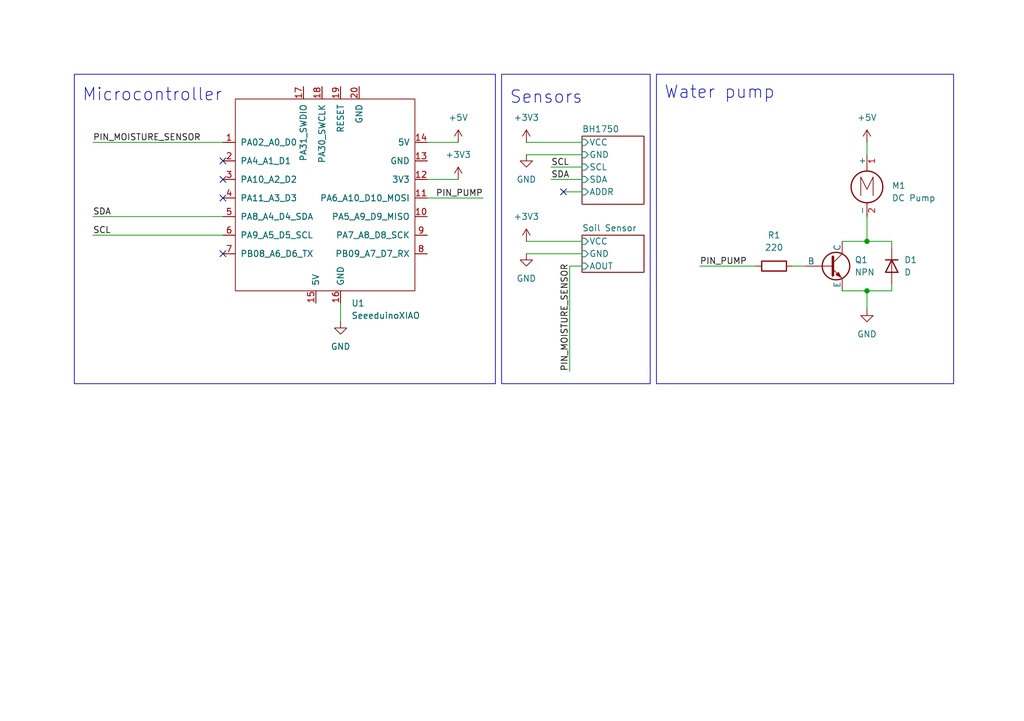
<source format=kicad_sch>
(kicad_sch (version 20231120) (generator "eeschema") (generator_version "8.0")
  (paper "A5")
  (title_block (title "ESPlanter"))
  (lib_symbols
    (symbol "Device:D" (pin_numbers hide) (pin_names (offset 1.016) hide)
      (property "Reference" "D" (at 0 2.54 0))
      (property "Value" "D" (at 0 -2.54 0))
      (symbol "D_0_1"
        (polyline (pts (xy -1.27 1.27) (xy -1.27 -1.27)) (stroke (width 0.254)))
        (polyline (pts (xy 1.27 0) (xy -1.27 0)))
        (polyline (pts (xy 1.27 1.27) (xy 1.27 -1.27) (xy -1.27 0) (xy 1.27 1.27)) (stroke (width 0.254)))
      )
      (symbol "D_1_1"
        (pin passive line (at -3.81 0 0) (length 2.54) (name "K") (number "1"))
        (pin passive line (at 3.81 0 180) (length 2.54) (name "A") (number "2"))
      )
    )
    (symbol "Device:R" (pin_numbers hide) (pin_names (offset 0))
      (property "Reference" "R" (at 2.032 0 90))
      (property "Value" "R" (at 0 0 90))
      (symbol "R_0_1"
        (rectangle (start -1.016 -2.54) (end 1.016 2.54) (stroke (width 0.254)))
      )
      (symbol "R_1_1"
        (pin passive line (at 0 3.81 270) (length 1.27) (name "~") (number "1"))
        (pin passive line (at 0 -3.81 90) (length 1.27) (name "~") (number "2"))
      )
    )
    (symbol "Motor:Motor_DC" (pin_names (offset 0))
      (property "Reference" "M" (at 2.54 2.54 0))
      (property "Value" "Motor_DC" (at 2.54 -5.08 0))
      (symbol "Motor_DC_0_0"
        (polyline (pts (xy -1.27 -3.302) (xy -1.27 0.508) (xy 0 -2.032) (xy 1.27 0.508) (xy 1.27 -3.302)))
      )
      (symbol "Motor_DC_0_1"
        (circle (center 0 -1.524) (radius 3.2512) (stroke (width 0.254)))
        (polyline (pts (xy 0 -7.62) (xy 0 -7.112)))
        (polyline (pts (xy 0 -4.7752) (xy 0 -5.1816)))
        (polyline (pts (xy 0 1.7272) (xy 0 2.0828)))
        (polyline (pts (xy 0 2.032) (xy 0 2.54)))
      )
      (symbol "Motor_DC_1_1"
        (pin passive line (at 0 5.08 270) (length 2.54) (name "+") (number "1"))
        (pin passive line (at 0 -7.62 90) (length 2.54) (name "-") (number "2"))
      )
    )
    (symbol "Simulation_SPICE:NPN" (pin_numbers hide) (pin_names (offset 0))
      (property "Reference" "Q" (at -2.54 7.62 0))
      (property "Value" "NPN" (at -2.54 5.08 0))
      (symbol "NPN_0_1"
        (polyline (pts (xy -2.54 0) (xy 0.635 0)) (stroke (width 0.1524)))
        (polyline (pts (xy 0.635 0.635) (xy 2.54 2.54)))
        (polyline (pts (xy 2.794 -1.27) (xy 2.794 -1.27)) (stroke (width 0.1524)))
        (polyline (pts (xy 2.794 -1.27) (xy 2.794 -1.27)) (stroke (width 0.1524)))
        (polyline (pts (xy 0.635 -0.635) (xy 2.54 -2.54) (xy 2.54 -2.54)))
        (polyline (pts (xy 0.635 1.905) (xy 0.635 -1.905) (xy 0.635 -1.905)) (stroke (width 0.508)))
        (polyline (pts (xy 1.27 -1.778) (xy 1.778 -1.27) (xy 2.286 -2.286) (xy 1.27 -1.778) (xy 1.27 -1.778)) (fill (type outline)))
        (circle (center 1.27 0) (radius 2.8194) (stroke (width 0.254)))
      )
      (symbol "NPN_1_1"
        (pin open_collector line (at 2.54 5.08 270) (length 2.54) (name "C") (number "1"))
        (pin input line (at -5.08 0 0) (length 2.54) (name "B") (number "2"))
        (pin open_emitter line (at 2.54 -5.08 90) (length 2.54) (name "E") (number "3"))
      )
    )
    (symbol "XIAO ESP32C3:SeeeduinoXIAO" (pin_names (offset 1.016))
      (property "Reference" "U" (at -19.05 22.86 0))
      (property "Value" "SeeeduinoXIAO" (at -12.7 21.59 0))
      (symbol "SeeeduinoXIAO_0_1"
        (rectangle (start -19.05 20.32) (end 17.78 -19.05))
      )
      (symbol "SeeeduinoXIAO_1_1"
        (pin unspecified line (at -21.59 11.43 0) (length 2.54) (name "PA02_A0_D0") (number "1"))
        (pin unspecified line (at 20.32 -3.81 180) (length 2.54) (name "PA5_A9_D9_MISO") (number "10"))
        (pin unspecified line (at 20.32 0 180) (length 2.54) (name "PA6_A10_D10_MOSI") (number "11"))
        (pin unspecified line (at 20.32 3.81 180) (length 2.54) (name "3V3") (number "12"))
        (pin unspecified line (at 20.32 7.62 180) (length 2.54) (name "GND") (number "13"))
        (pin unspecified line (at 20.32 11.43 180) (length 2.54) (name "5V") (number "14"))
        (pin input line (at -2.54 -21.59 90) (length 2.54) (name "5V") (number "15"))
        (pin input line (at 2.54 -21.59 90) (length 2.54) (name "GND") (number "16"))
        (pin input line (at -5.08 22.86 270) (length 2.54) (name "PA31_SWDIO") (number "17"))
        (pin input line (at -1.27 22.86 270) (length 2.54) (name "PA30_SWCLK") (number "18"))
        (pin input line (at 2.54 22.86 270) (length 2.54) (name "RESET") (number "19"))
        (pin unspecified line (at -21.59 7.62 0) (length 2.54) (name "PA4_A1_D1") (number "2"))
        (pin input line (at 6.35 22.86 270) (length 2.54) (name "GND") (number "20"))
        (pin unspecified line (at -21.59 3.81 0) (length 2.54) (name "PA10_A2_D2") (number "3"))
        (pin unspecified line (at -21.59 0 0) (length 2.54) (name "PA11_A3_D3") (number "4"))
        (pin unspecified line (at -21.59 -3.81 0) (length 2.54) (name "PA8_A4_D4_SDA") (number "5"))
        (pin unspecified line (at -21.59 -7.62 0) (length 2.54) (name "PA9_A5_D5_SCL") (number "6"))
        (pin unspecified line (at -21.59 -11.43 0) (length 2.54) (name "PB08_A6_D6_TX") (number "7"))
        (pin unspecified line (at 20.32 -11.43 180) (length 2.54) (name "PB09_A7_D7_RX") (number "8"))
        (pin unspecified line (at 20.32 -7.62 180) (length 2.54) (name "PA7_A8_D8_SCK") (number "9"))
      )
    )
    (symbol "power:+3V3" (power) (pin_numbers hide) (pin_names (offset 0) hide)
      (property "Value" "+3V3" (at 0 3.556 0))
      (symbol "+3V3_0_1"
        (polyline (pts (xy -0.762 1.27) (xy 0 2.54)))
        (polyline (pts (xy 0 0) (xy 0 2.54)))
        (polyline (pts (xy 0 2.54) (xy 0.762 1.27)))
      )
      (symbol "+3V3_1_1"
        (pin power_in line (at 0 0 90) (length 0) (name "~") (number "1"))
      )
    )
    (symbol "power:+5V" (power) (pin_numbers hide) (pin_names (offset 0) hide)
      (property "Value" "+5V" (at 0 3.556 0))
      (symbol "+5V_0_1"
        (polyline (pts (xy -0.762 1.27) (xy 0 2.54)))
        (polyline (pts (xy 0 0) (xy 0 2.54)))
        (polyline (pts (xy 0 2.54) (xy 0.762 1.27)))
      )
      (symbol "+5V_1_1"
        (pin power_in line (at 0 0 90) (length 0) (name "~") (number "1"))
      )
    )
    (symbol "power:GND" (power) (pin_numbers hide) (pin_names (offset 0) hide)
      (property "Value" "GND" (at 0 -3.81 0))
      (symbol "GND_0_1"
        (polyline (pts (xy 0 0) (xy 0 -1.27) (xy 1.27 -1.27) (xy 0 -2.54) (xy -1.27 -1.27) (xy 0 -1.27)))
      )
      (symbol "GND_1_1"
        (pin power_in line (at 0 0 270) (length 0) (name "~") (number "1"))
      )
    )
  )
  (junction (at 177.8 59.69))
  (junction (at 177.8 49.53))
  (no_connect (at 45.72 52.07))
  (no_connect (at 45.72 36.83))
  (no_connect (at 45.72 33.02))
  (no_connect (at 45.72 40.64))
  (no_connect (at 115.57 39.37))
  (wire (pts (xy 177.8 59.69) (xy 177.8 63.5)))
  (wire (pts (xy 87.63 40.64) (xy 99.06 40.64)))
  (wire (pts (xy 172.72 59.69) (xy 177.8 59.69)))
  (wire (pts (xy 107.95 29.21) (xy 119.38 29.21)))
  (wire (pts (xy 19.05 48.26) (xy 45.72 48.26)))
  (wire (pts (xy 107.95 52.07) (xy 119.38 52.07)))
  (wire (pts (xy 113.03 34.29) (xy 119.38 34.29)))
  (wire (pts (xy 87.63 36.83) (xy 93.98 36.83)))
  (wire (pts (xy 19.05 44.45) (xy 45.72 44.45)))
  (wire (pts (xy 177.8 59.69) (xy 182.88 59.69)))
  (wire (pts (xy 19.05 29.21) (xy 45.72 29.21)))
  (wire (pts (xy 177.8 49.53) (xy 182.88 49.53)))
  (wire (pts (xy 177.8 44.45) (xy 177.8 49.53)))
  (wire (pts (xy 107.95 31.75) (xy 119.38 31.75)))
  (wire (pts (xy 116.84 76.2) (xy 116.84 54.61)))
  (wire (pts (xy 182.88 49.53) (xy 182.88 50.8)))
  (wire (pts (xy 69.85 62.23) (xy 69.85 66.04)))
  (wire (pts (xy 172.72 49.53) (xy 177.8 49.53)))
  (wire (pts (xy 107.95 49.53) (xy 119.38 49.53)))
  (wire (pts (xy 182.88 59.69) (xy 182.88 58.42)))
  (wire (pts (xy 115.57 39.37) (xy 119.38 39.37)))
  (wire (pts (xy 143.51 54.61) (xy 154.94 54.61)))
  (wire (pts (xy 113.03 36.83) (xy 119.38 36.83)))
  (wire (pts (xy 162.56 54.61) (xy 165.1 54.61)))
  (wire (pts (xy 87.63 29.21) (xy 93.98 29.21)))
  (wire (pts (xy 177.8 29.21) (xy 177.8 31.75)))
  (wire (pts (xy 116.84 54.61) (xy 119.38 54.61)))
  (rectangle (start 15.24 15.24) (end 101.6 78.74))
  (rectangle (start 134.62 15.24) (end 195.58 78.74))
  (rectangle (start 102.87 15.24) (end 133.35 78.74))
  (text "Water pump" (at 147.574 19.05 0) (effects (font (size 2.54 2.54))))
  (text "Sensors" (at 112.014 20.066 0) (effects (font (size 2.54 2.54))))
  (text "Microcontroller" (at 31.242 19.558 0) (effects (font (size 2.54 2.54))))
  (label "PIN_MOISTURE_SENSOR" (at 19.05 29.21 0))
  (label "SCL" (at 113.03 34.29 0))
  (label "SDA" (at 19.05 44.45 0))
  (label "PIN_MOISTURE_SENSOR" (at 116.84 76.2 90))
  (label "SDA" (at 113.03 36.83 0))
  (label "SCL" (at 19.05 48.26 0))
  (label "PIN_PUMP" (at 99.06 40.64 180))
  (label "PIN_PUMP" (at 143.51 54.61 0))
  (symbol (lib_id "power:+3V3") (at 107.95 29.21 0) (unit 1)
    (property "Reference" "#PWR02" (effects (hide yes)))
    (property "Value" "+3V3" (at 107.95 24.13 0))
    (property "Description" "Power symbol creates a global label with name \"+3V3\"" (effects (hide yes)))
  )
  (symbol (lib_id "power:+3V3") (at 107.95 49.53 0) (unit 1)
    (property "Reference" "#PWR05" (effects (hide yes)))
    (property "Value" "+3V3" (at 107.95 44.45 0))
    (property "Description" "Power symbol creates a global label with name \"+3V3\"" (effects (hide yes)))
  )
  (symbol (lib_id "power:+5V") (at 93.98 29.21 0) (unit 1)
    (property "Reference" "#PWR09" (effects (hide yes)))
    (property "Value" "+5V" (at 93.98 24.13 0))
    (property "Description" "Power symbol creates a global label with name \"+5V\"" (effects (hide yes)))
  )
  (symbol (lib_id "Simulation_SPICE:NPN") (at 170.18 54.61 0) (unit 1)
    (property "Reference" "Q1" (at 175.26 53.3399 0) (effects (justify left)))
    (property "Value" "NPN" (at 175.26 55.8799 0) (effects (justify left)))
    (property "Datasheet" "https://ngspice.sourceforge.io/docs/ngspice-html-manual/manual.xhtml#cha_BJTs" (effects (hide yes)))
    (property "Description" "Bipolar transistor symbol for simulation only, substrate tied to the emitter" (effects (hide yes)))
    (property "Sim.Device" "NPN" (effects (hide yes)))
    (property "Sim.Type" "GUMMELPOON" (effects (hide yes)))
    (property "Sim.Pins" "1=C 2=B 3=E" (effects (hide yes)))
  )
  (symbol (lib_id "power:GND") (at 177.8 63.5 0) (unit 1)
    (property "Reference" "#PWR07" (effects (hide yes)))
    (property "Value" "GND" (at 177.8 68.58 0))
    (property "Description" "Power symbol creates a global label with name \"GND\" , ground" (effects (hide yes)))
  )
  (symbol (lib_id "power:GND") (at 107.95 52.07 0) (unit 1)
    (property "Reference" "#PWR04" (effects (hide yes)))
    (property "Value" "GND" (at 107.95 57.15 0))
    (property "Description" "Power symbol creates a global label with name \"GND\" , ground" (effects (hide yes)))
  )
  (symbol (lib_id "power:+3V3") (at 93.98 36.83 0) (unit 1)
    (property "Reference" "#PWR08" (effects (hide yes)))
    (property "Value" "+3V3" (at 93.98 31.75 0))
    (property "Description" "Power symbol creates a global label with name \"+3V3\"" (effects (hide yes)))
  )
  (symbol (lib_id "Device:D") (at 182.88 54.61 270) (unit 1)
    (property "Reference" "D1" (at 185.42 53.3399 90) (effects (justify left)))
    (property "Value" "D" (at 185.42 55.8799 90) (effects (justify left)))
    (property "Description" "Diode" (effects (hide yes)))
    (property "Sim.Device" "D" (effects (hide yes)))
    (property "Sim.Pins" "1=K 2=A" (effects (hide yes)))
  )
  (symbol (lib_id "power:GND") (at 69.85 66.04 0) (unit 1)
    (property "Reference" "#PWR01" (effects (hide yes)))
    (property "Value" "GND" (at 69.85 71.12 0))
    (property "Description" "Power symbol creates a global label with name \"GND\" , ground" (effects (hide yes)))
  )
  (symbol (lib_id "power:+5V") (at 177.8 29.21 0) (unit 1)
    (property "Reference" "#PWR06" (effects (hide yes)))
    (property "Value" "+5V" (at 177.8 24.13 0))
    (property "Description" "Power symbol creates a global label with name \"+5V\"" (effects (hide yes)))
  )
  (symbol (lib_id "Motor:Motor_DC") (at 177.8 36.83 0) (unit 1)
    (property "Reference" "M1" (at 182.88 38.0999 0) (effects (justify left)))
    (property "Value" "DC Pump" (at 182.88 40.6399 0) (effects (justify left)))
    (property "Description" "DC Motor" (effects (hide yes)))
  )
  (symbol (lib_id "power:GND") (at 107.95 31.75 0) (unit 1)
    (property "Reference" "#PWR03" (effects (hide yes)))
    (property "Value" "GND" (at 107.95 36.83 0))
    (property "Description" "Power symbol creates a global label with name \"GND\" , ground" (effects (hide yes)))
  )
  (symbol (lib_id "Device:R") (at 158.75 54.61 90) (unit 1)
    (property "Reference" "R1" (at 158.75 48.26 90))
    (property "Value" "220" (at 158.75 50.8 90))
    (property "Description" "Resistor" (effects (hide yes)))
  )
  (symbol (lib_id "XIAO ESP32C3:SeeeduinoXIAO") (at 67.31 40.64 0) (unit 1)
    (property "Reference" "U1" (at 72.0441 62.23 0) (effects (justify left)))
    (property "Value" "SeeeduinoXIAO" (at 72.0441 64.77 0) (effects (justify left)))
  )
  (sheet (at 119.38 27.94) (size 12.7 13.97) (stroke (width 0.1524))
    (property "Sheetname" "BH1750" (at 119.38 27.2284 0) (effects (justify left bottom)))
    (property "Sheetfile" "bh1750.kicad_sch" (effects (hide yes)))
    (pin "VCC" input (at 119.38 29.21 180))
    (pin "GND" input (at 119.38 31.75 180))
    (pin "SCL" input (at 119.38 34.29 180))
    (pin "SDA" input (at 119.38 36.83 180))
    (pin "ADDR" input (at 119.38 39.37 180))
  )
  (sheet (at 119.38 48.26) (size 12.7 7.62) (stroke (width 0.1524))
    (property "Sheetname" "Soil Sensor" (at 119.38 47.5484 0) (effects (justify left bottom)))
    (property "Sheetfile" "soil_sensor.kicad_sch" (effects (hide yes)))
    (pin "VCC" input (at 119.38 49.53 180))
    (pin "AOUT" input (at 119.38 54.61 180))
    (pin "GND" input (at 119.38 52.07 180))
  )
)
</source>
